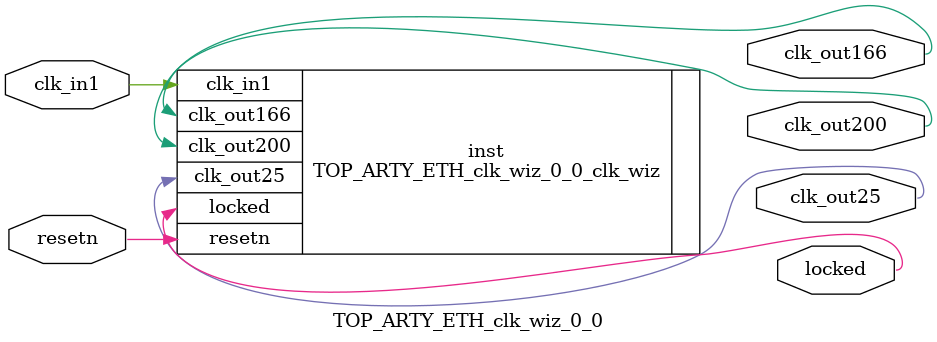
<source format=v>


`timescale 1ps/1ps

(* CORE_GENERATION_INFO = "TOP_ARTY_ETH_clk_wiz_0_0,clk_wiz_v6_0_9_0_0,{component_name=TOP_ARTY_ETH_clk_wiz_0_0,use_phase_alignment=true,use_min_o_jitter=false,use_max_i_jitter=false,use_dyn_phase_shift=false,use_inclk_switchover=false,use_dyn_reconfig=false,enable_axi=0,feedback_source=FDBK_AUTO,PRIMITIVE=MMCM,num_out_clk=3,clkin1_period=10.000,clkin2_period=10.000,use_power_down=false,use_reset=true,use_locked=true,use_inclk_stopped=false,feedback_type=SINGLE,CLOCK_MGR_TYPE=NA,manual_override=false}" *)

module TOP_ARTY_ETH_clk_wiz_0_0 
 (
  // Clock out ports
  output        clk_out166,
  output        clk_out200,
  output        clk_out25,
  // Status and control signals
  input         resetn,
  output        locked,
 // Clock in ports
  input         clk_in1
 );

  TOP_ARTY_ETH_clk_wiz_0_0_clk_wiz inst
  (
  // Clock out ports  
  .clk_out166(clk_out166),
  .clk_out200(clk_out200),
  .clk_out25(clk_out25),
  // Status and control signals               
  .resetn(resetn), 
  .locked(locked),
 // Clock in ports
  .clk_in1(clk_in1)
  );

endmodule

</source>
